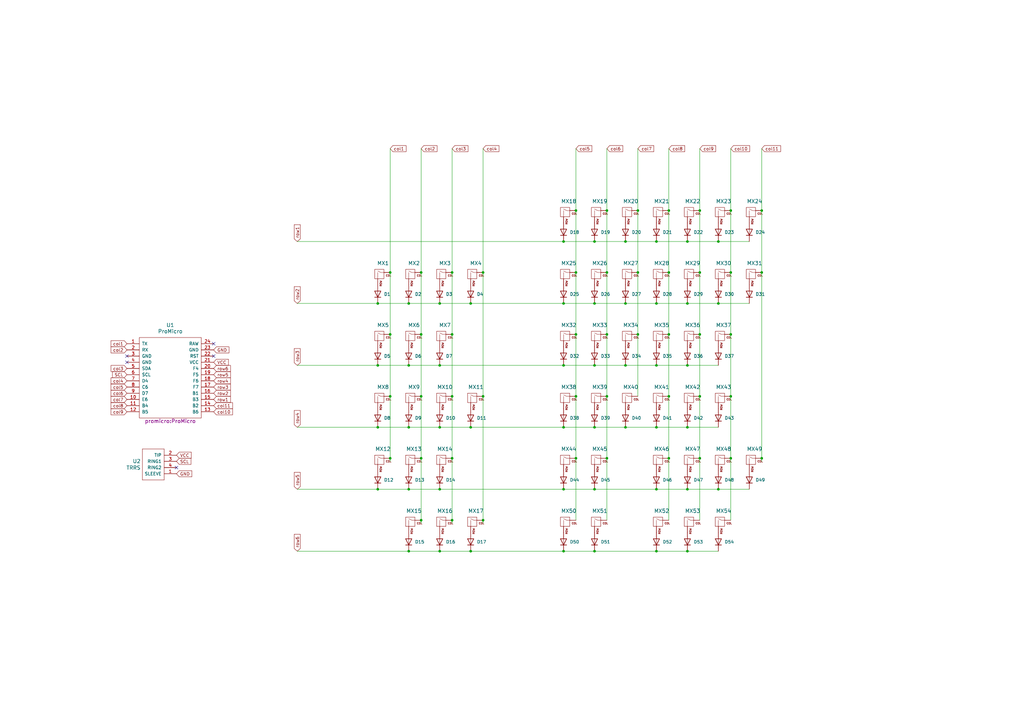
<source format=kicad_sch>
(kicad_sch (version 20230121) (generator eeschema)
  (paper "A3")
  (junction (at 154.94 175.26))
  (junction (at 236.22 86.36))
  (junction (at 287.02 86.36))
  (junction (at 294.64 124.46))
  (junction (at 269.24 226.06))
  (junction (at 243.84 200.66))
  (junction (at 287.02 162.56))
  (junction (at 274.32 111.76))
  (junction (at 287.02 111.76))
  (junction (at 312.42 86.36))
  (junction (at 281.94 175.26))
  (junction (at 312.42 111.76))
  (junction (at 231.14 226.06))
  (junction (at 274.32 86.36))
  (junction (at 193.04 226.06))
  (junction (at 269.24 149.86))
  (junction (at 281.94 200.66))
  (junction (at 261.62 86.36))
  (junction (at 243.84 99.06))
  (junction (at 281.94 149.86))
  (junction (at 172.72 137.16))
  (junction (at 231.14 149.86))
  (junction (at 274.32 187.96))
  (junction (at 160.02 111.76))
  (junction (at 248.92 187.96))
  (junction (at 198.12 162.56))
  (junction (at 185.42 213.36))
  (junction (at 185.42 111.76))
  (junction (at 160.02 187.96))
  (junction (at 248.92 111.76))
  (junction (at 248.92 137.16))
  (junction (at 167.64 226.06))
  (junction (at 172.72 213.36))
  (junction (at 269.24 175.26))
  (junction (at 243.84 226.06))
  (junction (at 299.72 137.16))
  (junction (at 243.84 124.46))
  (junction (at 160.02 162.56))
  (junction (at 180.34 149.86))
  (junction (at 299.72 86.36))
  (junction (at 185.42 137.16))
  (junction (at 172.72 111.76))
  (junction (at 299.72 162.56))
  (junction (at 185.42 162.56))
  (junction (at 236.22 137.16))
  (junction (at 231.14 200.66))
  (junction (at 236.22 111.76))
  (junction (at 312.42 187.96))
  (junction (at 154.94 149.86))
  (junction (at 231.14 99.06))
  (junction (at 269.24 200.66))
  (junction (at 299.72 187.96))
  (junction (at 167.64 149.86))
  (junction (at 172.72 162.56))
  (junction (at 287.02 187.96))
  (junction (at 198.12 213.36))
  (junction (at 256.54 99.06))
  (junction (at 180.34 175.26))
  (junction (at 167.64 200.66))
  (junction (at 256.54 124.46))
  (junction (at 248.92 162.56))
  (junction (at 243.84 149.86))
  (junction (at 180.34 124.46))
  (junction (at 193.04 124.46))
  (junction (at 281.94 124.46))
  (junction (at 154.94 124.46))
  (junction (at 294.64 99.06))
  (junction (at 294.64 200.66))
  (junction (at 180.34 226.06))
  (junction (at 256.54 149.86))
  (junction (at 231.14 175.26))
  (junction (at 198.12 111.76))
  (junction (at 154.94 200.66))
  (junction (at 180.34 200.66))
  (junction (at 281.94 99.06))
  (junction (at 256.54 175.26))
  (junction (at 248.92 86.36))
  (junction (at 167.64 175.26))
  (junction (at 269.24 99.06))
  (junction (at 287.02 137.16))
  (junction (at 274.32 162.56))
  (junction (at 261.62 111.76))
  (junction (at 231.14 124.46))
  (junction (at 236.22 162.56))
  (junction (at 269.24 124.46))
  (junction (at 299.72 111.76))
  (junction (at 274.32 137.16))
  (junction (at 167.64 124.46))
  (junction (at 236.22 187.96))
  (junction (at 243.84 175.26))
  (junction (at 261.62 137.16))
  (junction (at 193.04 175.26))
  (junction (at 160.02 137.16))
  (junction (at 281.94 226.06))
  (junction (at 172.72 187.96))
  (junction (at 185.42 187.96))
  (no_connect (at 87.63 146.05))
  (no_connect (at 52.07 148.59))
  (no_connect (at 72.39 191.77))
  (no_connect (at 87.63 140.97))
  (no_connect (at 52.07 146.05))
  (wire (pts (xy 256.54 175.26) (xy 269.24 175.26)))
  (wire (pts (xy 154.94 149.86) (xy 167.64 149.86)))
  (wire (pts (xy 160.02 111.76) (xy 160.02 137.16)))
  (wire (pts (xy 299.72 86.36) (xy 299.72 111.76)))
  (wire (pts (xy 312.42 187.96) (xy 312.42 189.23)))
  (wire (pts (xy 172.72 162.56) (xy 172.72 187.96)))
  (wire (pts (xy 231.14 175.26) (xy 243.84 175.26)))
  (wire (pts (xy 287.02 111.76) (xy 287.02 137.16)))
  (wire (pts (xy 243.84 124.46) (xy 256.54 124.46)))
  (wire (pts (xy 236.22 137.16) (xy 236.22 162.56)))
  (wire (pts (xy 287.02 137.16) (xy 287.02 162.56)))
  (wire (pts (xy 256.54 124.46) (xy 269.24 124.46)))
  (wire (pts (xy 198.12 162.56) (xy 198.12 213.36)))
  (wire (pts (xy 274.32 111.76) (xy 274.32 137.16)))
  (wire (pts (xy 231.14 149.86) (xy 243.84 149.86)))
  (wire (pts (xy 236.22 162.56) (xy 236.22 187.96)))
  (wire (pts (xy 281.94 175.26) (xy 294.64 175.26)))
  (wire (pts (xy 248.92 86.36) (xy 248.92 111.76)))
  (wire (pts (xy 160.02 189.23) (xy 160.02 187.96)))
  (wire (pts (xy 193.04 175.26) (xy 231.14 175.26)))
  (wire (pts (xy 160.02 162.56) (xy 160.02 187.96)))
  (wire (pts (xy 121.92 99.06) (xy 231.14 99.06)))
  (wire (pts (xy 172.72 60.96) (xy 172.72 111.76)))
  (wire (pts (xy 287.02 162.56) (xy 287.02 187.96)))
  (wire (pts (xy 167.64 124.46) (xy 180.34 124.46)))
  (wire (pts (xy 269.24 124.46) (xy 281.94 124.46)))
  (wire (pts (xy 172.72 111.76) (xy 172.72 137.16)))
  (wire (pts (xy 121.92 149.86) (xy 154.94 149.86)))
  (wire (pts (xy 299.72 162.56) (xy 299.72 187.96)))
  (wire (pts (xy 198.12 111.76) (xy 198.12 162.56)))
  (wire (pts (xy 180.34 124.46) (xy 193.04 124.46)))
  (wire (pts (xy 261.62 111.76) (xy 261.62 137.16)))
  (wire (pts (xy 154.94 200.66) (xy 167.64 200.66)))
  (wire (pts (xy 312.42 60.96) (xy 312.42 86.36)))
  (wire (pts (xy 185.42 162.56) (xy 185.42 187.96)))
  (wire (pts (xy 154.94 175.26) (xy 167.64 175.26)))
  (wire (pts (xy 198.12 214.63) (xy 198.12 213.36)))
  (wire (pts (xy 274.32 162.56) (xy 274.32 187.96)))
  (wire (pts (xy 231.14 99.06) (xy 243.84 99.06)))
  (wire (pts (xy 121.92 200.66) (xy 154.94 200.66)))
  (wire (pts (xy 167.64 226.06) (xy 180.34 226.06)))
  (wire (pts (xy 167.64 200.66) (xy 180.34 200.66)))
  (wire (pts (xy 243.84 226.06) (xy 269.24 226.06)))
  (wire (pts (xy 269.24 200.66) (xy 281.94 200.66)))
  (wire (pts (xy 281.94 99.06) (xy 294.64 99.06)))
  (wire (pts (xy 261.62 86.36) (xy 261.62 111.76)))
  (wire (pts (xy 274.32 60.96) (xy 274.32 86.36)))
  (wire (pts (xy 185.42 214.63) (xy 185.42 213.36)))
  (wire (pts (xy 299.72 60.96) (xy 299.72 86.36)))
  (wire (pts (xy 281.94 200.66) (xy 294.64 200.66)))
  (wire (pts (xy 269.24 175.26) (xy 281.94 175.26)))
  (wire (pts (xy 231.14 200.66) (xy 243.84 200.66)))
  (wire (pts (xy 299.72 187.96) (xy 299.72 213.36)))
  (wire (pts (xy 243.84 200.66) (xy 269.24 200.66)))
  (wire (pts (xy 193.04 226.06) (xy 231.14 226.06)))
  (wire (pts (xy 248.92 137.16) (xy 248.92 162.56)))
  (wire (pts (xy 274.32 187.96) (xy 274.32 213.36)))
  (wire (pts (xy 281.94 124.46) (xy 294.64 124.46)))
  (wire (pts (xy 180.34 226.06) (xy 193.04 226.06)))
  (wire (pts (xy 172.72 187.96) (xy 172.72 213.36)))
  (wire (pts (xy 154.94 124.46) (xy 167.64 124.46)))
  (wire (pts (xy 243.84 99.06) (xy 256.54 99.06)))
  (wire (pts (xy 167.64 175.26) (xy 180.34 175.26)))
  (wire (pts (xy 236.22 86.36) (xy 236.22 111.76)))
  (wire (pts (xy 193.04 124.46) (xy 231.14 124.46)))
  (wire (pts (xy 299.72 111.76) (xy 299.72 137.16)))
  (wire (pts (xy 180.34 149.86) (xy 231.14 149.86)))
  (wire (pts (xy 243.84 149.86) (xy 256.54 149.86)))
  (wire (pts (xy 281.94 149.86) (xy 294.64 149.86)))
  (wire (pts (xy 198.12 60.96) (xy 198.12 111.76)))
  (wire (pts (xy 269.24 99.06) (xy 281.94 99.06)))
  (wire (pts (xy 172.72 137.16) (xy 172.72 162.56)))
  (wire (pts (xy 185.42 111.76) (xy 185.42 137.16)))
  (wire (pts (xy 287.02 86.36) (xy 287.02 111.76)))
  (wire (pts (xy 294.64 200.66) (xy 307.34 200.66)))
  (wire (pts (xy 236.22 187.96) (xy 236.22 213.36)))
  (wire (pts (xy 294.64 99.06) (xy 307.34 99.06)))
  (wire (pts (xy 172.72 214.63) (xy 172.72 213.36)))
  (wire (pts (xy 294.64 124.46) (xy 307.34 124.46)))
  (wire (pts (xy 287.02 60.96) (xy 287.02 86.36)))
  (wire (pts (xy 281.94 226.06) (xy 294.64 226.06)))
  (wire (pts (xy 121.92 175.26) (xy 154.94 175.26)))
  (wire (pts (xy 243.84 175.26) (xy 256.54 175.26)))
  (wire (pts (xy 121.92 124.46) (xy 154.94 124.46)))
  (wire (pts (xy 274.32 86.36) (xy 274.32 111.76)))
  (wire (pts (xy 231.14 124.46) (xy 243.84 124.46)))
  (wire (pts (xy 269.24 149.86) (xy 281.94 149.86)))
  (wire (pts (xy 167.64 149.86) (xy 180.34 149.86)))
  (wire (pts (xy 231.14 226.06) (xy 243.84 226.06)))
  (wire (pts (xy 312.42 111.76) (xy 312.42 187.96)))
  (wire (pts (xy 236.22 60.96) (xy 236.22 86.36)))
  (wire (pts (xy 180.34 200.66) (xy 231.14 200.66)))
  (wire (pts (xy 121.92 226.06) (xy 167.64 226.06)))
  (wire (pts (xy 248.92 111.76) (xy 248.92 137.16)))
  (wire (pts (xy 287.02 187.96) (xy 287.02 213.36)))
  (wire (pts (xy 185.42 137.16) (xy 185.42 162.56)))
  (wire (pts (xy 248.92 162.56) (xy 248.92 187.96)))
  (wire (pts (xy 299.72 137.16) (xy 299.72 162.56)))
  (wire (pts (xy 261.62 137.16) (xy 261.62 162.56)))
  (wire (pts (xy 248.92 60.96) (xy 248.92 86.36)))
  (wire (pts (xy 248.92 187.96) (xy 248.92 213.36)))
  (wire (pts (xy 185.42 60.96) (xy 185.42 111.76)))
  (wire (pts (xy 312.42 86.36) (xy 312.42 111.76)))
  (wire (pts (xy 256.54 99.06) (xy 269.24 99.06)))
  (wire (pts (xy 256.54 149.86) (xy 269.24 149.86)))
  (wire (pts (xy 160.02 137.16) (xy 160.02 162.56)))
  (wire (pts (xy 185.42 187.96) (xy 185.42 213.36)))
  (wire (pts (xy 160.02 60.96) (xy 160.02 111.76)))
  (wire (pts (xy 261.62 60.96) (xy 261.62 86.36)))
  (wire (pts (xy 180.34 175.26) (xy 193.04 175.26)))
  (wire (pts (xy 236.22 111.76) (xy 236.22 137.16)))
  (wire (pts (xy 269.24 226.06) (xy 281.94 226.06)))
  (wire (pts (xy 274.32 137.16) (xy 274.32 162.56)))
  (global_label "row4" (shape input) (at 121.92 175.26 90) (property "Intersheetrefs" "${INTERSHEET_REFS}" (effects hide)))
  (global_label "col3" (shape input) (at 185.42 60.96 0) (property "Intersheetrefs" "${INTERSHEET_REFS}" (effects hide)))
  (global_label "col7" (shape input) (at 52.07 163.83 180) (property "Intersheetrefs" "${INTERSHEET_REFS}" (effects hide)))
  (global_label "GND" (shape input) (at 87.63 143.51 0) (property "Intersheetrefs" "${INTERSHEET_REFS}" (effects hide)))
  (global_label "VCC" (shape input) (at 72.39 186.69 0) (property "Intersheetrefs" "${INTERSHEET_REFS}" (effects hide)))
  (global_label "SCL" (shape input) (at 52.07 153.67 180) (property "Intersheetrefs" "${INTERSHEET_REFS}" (effects hide)))
  (global_label "row3" (shape input) (at 87.63 158.75 0) (property "Intersheetrefs" "${INTERSHEET_REFS}" (effects hide)))
  (global_label "col5" (shape input) (at 52.07 158.75 180) (property "Intersheetrefs" "${INTERSHEET_REFS}" (effects hide)))
  (global_label "col9" (shape input) (at 287.02 60.96 0) (property "Intersheetrefs" "${INTERSHEET_REFS}" (effects hide)))
  (global_label "row3" (shape input) (at 121.92 149.86 90) (property "Intersheetrefs" "${INTERSHEET_REFS}" (effects hide)))
  (global_label "row1" (shape input) (at 87.63 163.83 0) (property "Intersheetrefs" "${INTERSHEET_REFS}" (effects hide)))
  (global_label "col7" (shape input) (at 261.62 60.96 0) (property "Intersheetrefs" "${INTERSHEET_REFS}" (effects hide)))
  (global_label "col8" (shape input) (at 274.32 60.96 0) (property "Intersheetrefs" "${INTERSHEET_REFS}" (effects hide)))
  (global_label "col10" (shape input) (at 299.72 60.96 0) (property "Intersheetrefs" "${INTERSHEET_REFS}" (effects hide)))
  (global_label "col8" (shape input) (at 52.07 166.37 180) (property "Intersheetrefs" "${INTERSHEET_REFS}" (effects hide)))
  (global_label "row2" (shape input) (at 121.92 124.46 90) (property "Intersheetrefs" "${INTERSHEET_REFS}" (effects hide)))
  (global_label "row5" (shape input) (at 87.63 153.67 0) (property "Intersheetrefs" "${INTERSHEET_REFS}" (effects hide)))
  (global_label "row1" (shape input) (at 121.92 99.06 90) (property "Intersheetrefs" "${INTERSHEET_REFS}" (effects hide)))
  (global_label "col6" (shape input) (at 52.07 161.29 180) (property "Intersheetrefs" "${INTERSHEET_REFS}" (effects hide)))
  (global_label "col5" (shape input) (at 236.22 60.96 0) (property "Intersheetrefs" "${INTERSHEET_REFS}" (effects hide)))
  (global_label "col3" (shape input) (at 52.07 151.13 180) (property "Intersheetrefs" "${INTERSHEET_REFS}" (effects hide)))
  (global_label "col2" (shape input) (at 172.72 60.96 0) (property "Intersheetrefs" "${INTERSHEET_REFS}" (effects hide)))
  (global_label "SCL" (shape input) (at 72.39 189.23 0) (property "Intersheetrefs" "${INTERSHEET_REFS}" (effects hide)))
  (global_label "GND" (shape input) (at 72.39 194.31 0) (property "Intersheetrefs" "${INTERSHEET_REFS}" (effects hide)))
  (global_label "row2" (shape input) (at 87.63 161.29 0) (property "Intersheetrefs" "${INTERSHEET_REFS}" (effects hide)))
  (global_label "row6" (shape input) (at 87.63 151.13 0) (property "Intersheetrefs" "${INTERSHEET_REFS}" (effects hide)))
  (global_label "col6" (shape input) (at 248.92 60.96 0) (property "Intersheetrefs" "${INTERSHEET_REFS}" (effects hide)))
  (global_label "VCC" (shape input) (at 87.63 148.59 0) (property "Intersheetrefs" "${INTERSHEET_REFS}" (effects hide)))
  (global_label "col4" (shape input) (at 198.12 60.96 0) (property "Intersheetrefs" "${INTERSHEET_REFS}" (effects hide)))
  (global_label "col1" (shape input) (at 160.02 60.96 0) (property "Intersheetrefs" "${INTERSHEET_REFS}" (effects hide)))
  (global_label "col4" (shape input) (at 52.07 156.21 180) (property "Intersheetrefs" "${INTERSHEET_REFS}" (effects hide)))
  (global_label "row5" (shape input) (at 121.92 200.66 90) (property "Intersheetrefs" "${INTERSHEET_REFS}" (effects hide)))
  (global_label "row4" (shape input) (at 87.63 156.21 0) (property "Intersheetrefs" "${INTERSHEET_REFS}" (effects hide)))
  (global_label "col2" (shape input) (at 52.07 143.51 180) (property "Intersheetrefs" "${INTERSHEET_REFS}" (effects hide)))
  (global_label "col9" (shape input) (at 52.07 168.91 180) (property "Intersheetrefs" "${INTERSHEET_REFS}" (effects hide)))
  (global_label "row6" (shape input) (at 121.92 226.06 90) (property "Intersheetrefs" "${INTERSHEET_REFS}" (effects hide)))
  (global_label "col11" (shape input) (at 87.63 166.37 0) (property "Intersheetrefs" "${INTERSHEET_REFS}" (effects hide)))
  (global_label "col11" (shape input) (at 312.42 60.96 0) (property "Intersheetrefs" "${INTERSHEET_REFS}" (effects hide)))
  (global_label "col10" (shape input) (at 87.63 168.91 0) (property "Intersheetrefs" "${INTERSHEET_REFS}" (effects hide)))
  (global_label "col1" (shape input) (at 52.07 140.97 180) (property "Intersheetrefs" "${INTERSHEET_REFS}" (effects hide)))
  (symbol (lib_id "Diode:1N4148") (at 243.84 222.25 90) (unit 1)
    (property "Reference" "D51" (at 246.38 222.25 90) (effects (justify right)))
    (property "Value" "1N4148" (effects hide))
    (property "Footprint" "Diode_THT:D_DO-35_SOD27_P7.62mm_Horizontal" (effects hide))
    (property "Datasheet" "https://assets.nexperia.com/documents/data-sheet/1N4148_1N4448.pdf" (effects hide))
    (property "Sim.Device" "D" (effects hide))
    (property "Sim.Pins" "1=K 2=A" (effects hide))
  )
  (symbol (lib_id "MX_Alps_Hybrid:MX-NoLED") (at 154.94 142.24 0) (unit 1)
    (property "Reference" "MX5" (at 157.0932 133.35 0) (effects (font (size 1.524 1.524))))
    (property "Value" "MX-NoLED" (effects hide))
    (property "Footprint" "MX_Only:MXOnly-1U-Hotswap" (effects hide))
  )
  (symbol (lib_id "Diode:1N4148") (at 294.64 146.05 90) (unit 1)
    (property "Reference" "D37" (at 297.18 146.05 90) (effects (justify right)))
    (property "Value" "1N4148" (effects hide))
    (property "Footprint" "Diode_THT:D_DO-35_SOD27_P7.62mm_Horizontal" (effects hide))
    (property "Datasheet" "https://assets.nexperia.com/documents/data-sheet/1N4148_1N4448.pdf" (effects hide))
    (property "Sim.Device" "D" (effects hide))
    (property "Sim.Pins" "1=K 2=A" (effects hide))
  )
  (symbol (lib_id "MX_Alps_Hybrid:MX-NoLED") (at 180.34 116.84 0) (unit 1)
    (property "Reference" "MX3" (at 182.4932 107.95 0) (effects (font (size 1.524 1.524))))
    (property "Value" "MX-NoLED" (effects hide))
    (property "Footprint" "MX_Only:MXOnly-1U-Hotswap" (effects hide))
  )
  (symbol (lib_id "Diode:1N4148") (at 294.64 120.65 90) (unit 1)
    (property "Reference" "D30" (at 297.18 120.65 90) (effects (justify right)))
    (property "Value" "1N4148" (effects hide))
    (property "Footprint" "Diode_THT:D_DO-35_SOD27_P7.62mm_Horizontal" (effects hide))
    (property "Datasheet" "https://assets.nexperia.com/documents/data-sheet/1N4148_1N4448.pdf" (effects hide))
    (property "Sim.Device" "D" (effects hide))
    (property "Sim.Pins" "1=K 2=A" (effects hide))
  )
  (symbol (lib_id "Diode:1N4148") (at 180.34 171.45 90) (unit 1)
    (property "Reference" "D10" (at 182.88 171.45 90) (effects (justify right)))
    (property "Value" "1N4148" (effects hide))
    (property "Footprint" "Diode_THT:D_DO-35_SOD27_P7.62mm_Horizontal" (effects hide))
    (property "Datasheet" "https://assets.nexperia.com/documents/data-sheet/1N4148_1N4448.pdf" (effects hide))
    (property "Sim.Device" "D" (effects hide))
    (property "Sim.Pins" "1=K 2=A" (effects hide))
  )
  (symbol (lib_id "Diode:1N4148") (at 269.24 196.85 90) (unit 1)
    (property "Reference" "D46" (at 271.78 196.85 90) (effects (justify right)))
    (property "Value" "1N4148" (effects hide))
    (property "Footprint" "Diode_THT:D_DO-35_SOD27_P7.62mm_Horizontal" (effects hide))
    (property "Datasheet" "https://assets.nexperia.com/documents/data-sheet/1N4148_1N4448.pdf" (effects hide))
    (property "Sim.Device" "D" (effects hide))
    (property "Sim.Pins" "1=K 2=A" (effects hide))
  )
  (symbol (lib_id "MX_Alps_Hybrid:MX-NoLED") (at 294.64 218.44 0) (unit 1)
    (property "Reference" "MX54" (at 296.7932 209.55 0) (effects (font (size 1.524 1.524))))
    (property "Value" "MX-NoLED" (effects hide))
    (property "Footprint" "MX_Only:MXOnly-2.25U-Hotswap" (effects hide))
  )
  (symbol (lib_id "MX_Alps_Hybrid:MX-NoLED") (at 269.24 142.24 0) (unit 1)
    (property "Reference" "MX35" (at 271.3932 133.35 0) (effects (font (size 1.524 1.524))))
    (property "Value" "MX-NoLED" (effects hide))
    (property "Footprint" "MX_Only:MXOnly-1U-Hotswap" (effects hide))
  )
  (symbol (lib_id "MX_Alps_Hybrid:MX-NoLED") (at 231.14 116.84 0) (unit 1)
    (property "Reference" "MX25" (at 233.2932 107.95 0) (effects (font (size 1.524 1.524))))
    (property "Value" "MX-NoLED" (effects hide))
    (property "Footprint" "MX_Only:MXOnly-1U-Hotswap" (effects hide))
  )
  (symbol (lib_id "Diode:1N4148") (at 180.34 196.85 90) (unit 1)
    (property "Reference" "D14" (at 182.88 196.85 90) (effects (justify right)))
    (property "Value" "1N4148" (effects hide))
    (property "Footprint" "Diode_THT:D_DO-35_SOD27_P7.62mm_Horizontal" (effects hide))
    (property "Datasheet" "https://assets.nexperia.com/documents/data-sheet/1N4148_1N4448.pdf" (effects hide))
    (property "Sim.Device" "D" (effects hide))
    (property "Sim.Pins" "1=K 2=A" (effects hide))
  )
  (symbol (lib_id "MX_Alps_Hybrid:MX-NoLED") (at 180.34 193.04 0) (unit 1)
    (property "Reference" "MX14" (at 182.4932 184.15 0) (effects (font (size 1.524 1.524))))
    (property "Value" "MX-NoLED" (effects hide))
    (property "Footprint" "MX_Only:MXOnly-1U-Hotswap" (effects hide))
  )
  (symbol (lib_id "MX_Alps_Hybrid:MX-NoLED") (at 281.94 142.24 0) (unit 1)
    (property "Reference" "MX36" (at 284.0932 133.35 0) (effects (font (size 1.524 1.524))))
    (property "Value" "MX-NoLED" (effects hide))
    (property "Footprint" "MX_Only:MXOnly-1U-Hotswap" (effects hide))
  )
  (symbol (lib_id "MX_Alps_Hybrid:MX-NoLED") (at 256.54 167.64 0) (unit 1)
    (property "Reference" "MX40" (at 258.6932 158.75 0) (effects (font (size 1.524 1.524))))
    (property "Value" "MX-NoLED" (effects hide))
    (property "Footprint" "MX_Only:MXOnly-1U-Hotswap" (effects hide))
  )
  (symbol (lib_id "Diode:1N4148") (at 294.64 95.25 90) (unit 1)
    (property "Reference" "D23" (at 297.18 95.25 90) (effects (justify right)))
    (property "Value" "1N4148" (effects hide))
    (property "Footprint" "Diode_THT:D_DO-35_SOD27_P7.62mm_Horizontal" (effects hide))
    (property "Datasheet" "https://assets.nexperia.com/documents/data-sheet/1N4148_1N4448.pdf" (effects hide))
    (property "Sim.Device" "D" (effects hide))
    (property "Sim.Pins" "1=K 2=A" (effects hide))
  )
  (symbol (lib_id "MX_Alps_Hybrid:MX-NoLED") (at 154.94 193.04 0) (unit 1)
    (property "Reference" "MX12" (at 157.0932 184.15 0) (effects (font (size 1.524 1.524))))
    (property "Value" "MX-NoLED" (effects hide))
    (property "Footprint" "MX_Only:MXOnly-1U-Hotswap" (effects hide))
  )
  (symbol (lib_id "MX_Alps_Hybrid:MX-NoLED") (at 269.24 193.04 0) (unit 1)
    (property "Reference" "MX46" (at 271.3932 184.15 0) (effects (font (size 1.524 1.524))))
    (property "Value" "MX-NoLED" (effects hide))
    (property "Footprint" "MX_Only:MXOnly-1U-Hotswap" (effects hide))
  )
  (symbol (lib_id "fourier-left-rescue:TRRS-keebio") (at 63.5 196.85 0) (mirror y) (unit 1)
    (property "Reference" "U2" (at 57.7088 189.1538 0) (effects (font (size 1.524 1.524)) (justify left)))
    (property "Value" "TRRS" (at 57.7088 191.8462 0) (effects (font (size 1.524 1.524)) (justify left)))
    (property "Footprint" "pj320:TRRS-PJ-320A" (effects hide))
  )
  (symbol (lib_id "MX_Alps_Hybrid:MX-NoLED") (at 167.64 142.24 0) (unit 1)
    (property "Reference" "MX6" (at 169.7932 133.35 0) (effects (font (size 1.524 1.524))))
    (property "Value" "MX-NoLED" (effects hide))
    (property "Footprint" "MX_Only:MXOnly-1U-Hotswap" (effects hide))
  )
  (symbol (lib_id "Diode:1N4148") (at 281.94 95.25 90) (unit 1)
    (property "Reference" "D22" (at 284.48 95.25 90) (effects (justify right)))
    (property "Value" "1N4148" (effects hide))
    (property "Footprint" "Diode_THT:D_DO-35_SOD27_P7.62mm_Horizontal" (effects hide))
    (property "Datasheet" "https://assets.nexperia.com/documents/data-sheet/1N4148_1N4448.pdf" (effects hide))
    (property "Sim.Device" "D" (effects hide))
    (property "Sim.Pins" "1=K 2=A" (effects hide))
  )
  (symbol (lib_id "Diode:1N4148") (at 243.84 146.05 90) (unit 1)
    (property "Reference" "D33" (at 246.38 146.05 90) (effects (justify right)))
    (property "Value" "1N4148" (effects hide))
    (property "Footprint" "Diode_THT:D_DO-35_SOD27_P7.62mm_Horizontal" (effects hide))
    (property "Datasheet" "https://assets.nexperia.com/documents/data-sheet/1N4148_1N4448.pdf" (effects hide))
    (property "Sim.Device" "D" (effects hide))
    (property "Sim.Pins" "1=K 2=A" (effects hide))
  )
  (symbol (lib_id "Diode:1N4148") (at 167.64 196.85 90) (unit 1)
    (property "Reference" "D13" (at 170.18 196.85 90) (effects (justify right)))
    (property "Value" "1N4148" (effects hide))
    (property "Footprint" "Diode_THT:D_DO-35_SOD27_P7.62mm_Horizontal" (effects hide))
    (property "Datasheet" "https://assets.nexperia.com/documents/data-sheet/1N4148_1N4448.pdf" (effects hide))
    (property "Sim.Device" "D" (effects hide))
    (property "Sim.Pins" "1=K 2=A" (effects hide))
  )
  (symbol (lib_id "MX_Alps_Hybrid:MX-NoLED") (at 167.64 218.44 0) (unit 1)
    (property "Reference" "MX15" (at 169.7932 209.55 0) (effects (font (size 1.524 1.524))))
    (property "Value" "MX-NoLED" (effects hide))
    (property "Footprint" "MX_Only:MXOnly-2U-Hotswap" (effects hide))
  )
  (symbol (lib_id "MX_Alps_Hybrid:MX-NoLED") (at 231.14 193.04 0) (unit 1)
    (property "Reference" "MX44" (at 233.2932 184.15 0) (effects (font (size 1.524 1.524))))
    (property "Value" "MX-NoLED" (effects hide))
    (property "Footprint" "MX_Only:MXOnly-2.25U-Hotswap" (effects hide))
  )
  (symbol (lib_id "Diode:1N4148") (at 294.64 196.85 90) (unit 1)
    (property "Reference" "D48" (at 297.18 196.85 90) (effects (justify right)))
    (property "Value" "1N4148" (effects hide))
    (property "Footprint" "Diode_THT:D_DO-35_SOD27_P7.62mm_Horizontal" (effects hide))
    (property "Datasheet" "https://assets.nexperia.com/documents/data-sheet/1N4148_1N4448.pdf" (effects hide))
    (property "Sim.Device" "D" (effects hide))
    (property "Sim.Pins" "1=K 2=A" (effects hide))
  )
  (symbol (lib_id "MX_Alps_Hybrid:MX-NoLED") (at 256.54 116.84 0) (unit 1)
    (property "Reference" "MX27" (at 258.6932 107.95 0) (effects (font (size 1.524 1.524))))
    (property "Value" "MX-NoLED" (effects hide))
    (property "Footprint" "MX_Only:MXOnly-1U-Hotswap" (effects hide))
  )
  (symbol (lib_id "Diode:1N4148") (at 307.34 95.25 90) (unit 1)
    (property "Reference" "D24" (at 309.88 95.25 90) (effects (justify right)))
    (property "Value" "1N4148" (effects hide))
    (property "Footprint" "Diode_THT:D_DO-35_SOD27_P7.62mm_Horizontal" (effects hide))
    (property "Datasheet" "https://assets.nexperia.com/documents/data-sheet/1N4148_1N4448.pdf" (effects hide))
    (property "Sim.Device" "D" (effects hide))
    (property "Sim.Pins" "1=K 2=A" (effects hide))
  )
  (symbol (lib_id "promicro:ProMicro") (at 69.85 160.02 0) (unit 1)
    (property "Reference" "U1" (at 69.85 133.35 0) (effects (font (size 1.524 1.524))))
    (property "Value" "ProMicro" (at 69.85 135.89 0) (effects (font (size 1.524 1.524))))
    (property "Footprint" "promicro:ProMicro" (at 69.85 172.72 0) (effects (font (size 1.524 1.524))))
  )
  (symbol (lib_id "Diode:1N4148") (at 167.64 222.25 90) (unit 1)
    (property "Reference" "D15" (at 170.18 222.25 90) (effects (justify right)))
    (property "Value" "1N4148" (effects hide))
    (property "Footprint" "Diode_THT:D_DO-35_SOD27_P7.62mm_Horizontal" (effects hide))
    (property "Datasheet" "https://assets.nexperia.com/documents/data-sheet/1N4148_1N4448.pdf" (effects hide))
    (property "Sim.Device" "D" (effects hide))
    (property "Sim.Pins" "1=K 2=A" (effects hide))
  )
  (symbol (lib_id "MX_Alps_Hybrid:MX-NoLED") (at 243.84 91.44 0) (unit 1)
    (property "Reference" "MX19" (at 245.9932 82.55 0) (effects (font (size 1.524 1.524))))
    (property "Value" "MX-NoLED" (effects hide))
    (property "Footprint" "MX_Only:MXOnly-1U-Hotswap" (effects hide))
  )
  (symbol (lib_id "MX_Alps_Hybrid:MX-NoLED") (at 256.54 91.44 0) (unit 1)
    (property "Reference" "MX20" (at 258.6932 82.55 0) (effects (font (size 1.524 1.524))))
    (property "Value" "MX-NoLED" (effects hide))
    (property "Footprint" "MX_Only:MXOnly-1U-Hotswap" (effects hide))
  )
  (symbol (lib_id "MX_Alps_Hybrid:MX-NoLED") (at 269.24 116.84 0) (unit 1)
    (property "Reference" "MX28" (at 271.3932 107.95 0) (effects (font (size 1.524 1.524))))
    (property "Value" "MX-NoLED" (effects hide))
    (property "Footprint" "MX_Only:MXOnly-1U-Hotswap" (effects hide))
  )
  (symbol (lib_id "Diode:1N4148") (at 243.84 171.45 90) (unit 1)
    (property "Reference" "D39" (at 246.38 171.45 90) (effects (justify right)))
    (property "Value" "1N4148" (effects hide))
    (property "Footprint" "Diode_THT:D_DO-35_SOD27_P7.62mm_Horizontal" (effects hide))
    (property "Datasheet" "https://assets.nexperia.com/documents/data-sheet/1N4148_1N4448.pdf" (effects hide))
    (property "Sim.Device" "D" (effects hide))
    (property "Sim.Pins" "1=K 2=A" (effects hide))
  )
  (symbol (lib_id "Diode:1N4148") (at 167.64 120.65 90) (unit 1)
    (property "Reference" "D2" (at 170.18 120.65 90) (effects (justify right)))
    (property "Value" "1N4148" (effects hide))
    (property "Footprint" "Diode_THT:D_DO-35_SOD27_P7.62mm_Horizontal" (effects hide))
    (property "Datasheet" "https://assets.nexperia.com/documents/data-sheet/1N4148_1N4448.pdf" (effects hide))
    (property "Sim.Device" "D" (effects hide))
    (property "Sim.Pins" "1=K 2=A" (effects hide))
  )
  (symbol (lib_id "MX_Alps_Hybrid:MX-NoLED") (at 180.34 167.64 0) (unit 1)
    (property "Reference" "MX10" (at 182.4932 158.75 0) (effects (font (size 1.524 1.524))))
    (property "Value" "MX-NoLED" (effects hide))
    (property "Footprint" "MX_Only:MXOnly-1U-Hotswap" (effects hide))
  )
  (symbol (lib_id "Diode:1N4148") (at 294.64 171.45 90) (unit 1)
    (property "Reference" "D43" (at 297.18 171.45 90) (effects (justify right)))
    (property "Value" "1N4148" (effects hide))
    (property "Footprint" "Diode_THT:D_DO-35_SOD27_P7.62mm_Horizontal" (effects hide))
    (property "Datasheet" "https://assets.nexperia.com/documents/data-sheet/1N4148_1N4448.pdf" (effects hide))
    (property "Sim.Device" "D" (effects hide))
    (property "Sim.Pins" "1=K 2=A" (effects hide))
  )
  (symbol (lib_id "Diode:1N4148") (at 180.34 146.05 90) (unit 1)
    (property "Reference" "D7" (at 182.88 146.05 90) (effects (justify right)))
    (property "Value" "1N4148" (effects hide))
    (property "Footprint" "Diode_THT:D_DO-35_SOD27_P7.62mm_Horizontal" (effects hide))
    (property "Datasheet" "https://assets.nexperia.com/documents/data-sheet/1N4148_1N4448.pdf" (effects hide))
    (property "Sim.Device" "D" (effects hide))
    (property "Sim.Pins" "1=K 2=A" (effects hide))
  )
  (symbol (lib_id "Diode:1N4148") (at 193.04 120.65 90) (unit 1)
    (property "Reference" "D4" (at 195.58 120.65 90) (effects (justify right)))
    (property "Value" "1N4148" (effects hide))
    (property "Footprint" "Diode_THT:D_DO-35_SOD27_P7.62mm_Horizontal" (effects hide))
    (property "Datasheet" "https://assets.nexperia.com/documents/data-sheet/1N4148_1N4448.pdf" (effects hide))
    (property "Sim.Device" "D" (effects hide))
    (property "Sim.Pins" "1=K 2=A" (effects hide))
  )
  (symbol (lib_id "MX_Alps_Hybrid:MX-NoLED") (at 193.04 167.64 0) (unit 1)
    (property "Reference" "MX11" (at 195.1932 158.75 0) (effects (font (size 1.524 1.524))))
    (property "Value" "MX-NoLED" (effects hide))
    (property "Footprint" "MX_Only:MXOnly-2U-Hotswap-VerticalStabilizers" (effects hide))
  )
  (symbol (lib_id "Diode:1N4148") (at 154.94 171.45 90) (unit 1)
    (property "Reference" "D8" (at 157.48 171.45 90) (effects (justify right)))
    (property "Value" "1N4148" (effects hide))
    (property "Footprint" "Diode_THT:D_DO-35_SOD27_P7.62mm_Horizontal" (effects hide))
    (property "Datasheet" "https://assets.nexperia.com/documents/data-sheet/1N4148_1N4448.pdf" (effects hide))
    (property "Sim.Device" "D" (effects hide))
    (property "Sim.Pins" "1=K 2=A" (effects hide))
  )
  (symbol (lib_id "MX_Alps_Hybrid:MX-NoLED") (at 294.64 142.24 0) (unit 1)
    (property "Reference" "MX37" (at 296.7932 133.35 0) (effects (font (size 1.524 1.524))))
    (property "Value" "MX-NoLED" (effects hide))
    (property "Footprint" "MX_Only:MXOnly-1U-Hotswap" (effects hide))
  )
  (symbol (lib_id "Diode:1N4148") (at 243.84 95.25 90) (unit 1)
    (property "Reference" "D19" (at 246.38 95.25 90) (effects (justify right)))
    (property "Value" "1N4148" (effects hide))
    (property "Footprint" "Diode_THT:D_DO-35_SOD27_P7.62mm_Horizontal" (effects hide))
    (property "Datasheet" "https://assets.nexperia.com/documents/data-sheet/1N4148_1N4448.pdf" (effects hide))
    (property "Sim.Device" "D" (effects hide))
    (property "Sim.Pins" "1=K 2=A" (effects hide))
  )
  (symbol (lib_id "MX_Alps_Hybrid:MX-NoLED") (at 167.64 167.64 0) (unit 1)
    (property "Reference" "MX9" (at 169.7932 158.75 0) (effects (font (size 1.524 1.524))))
    (property "Value" "MX-NoLED" (effects hide))
    (property "Footprint" "MX_Only:MXOnly-1U-Hotswap" (effects hide))
  )
  (symbol (lib_id "Diode:1N4148") (at 231.14 196.85 90) (unit 1)
    (property "Reference" "D44" (at 233.68 196.85 90) (effects (justify right)))
    (property "Value" "1N4148" (effects hide))
    (property "Footprint" "Diode_THT:D_DO-35_SOD27_P7.62mm_Horizontal" (effects hide))
    (property "Datasheet" "https://assets.nexperia.com/documents/data-sheet/1N4148_1N4448.pdf" (effects hide))
    (property "Sim.Device" "D" (effects hide))
    (property "Sim.Pins" "1=K 2=A" (effects hide))
  )
  (symbol (lib_id "MX_Alps_Hybrid:MX-NoLED") (at 193.04 116.84 0) (unit 1)
    (property "Reference" "MX4" (at 195.1932 107.95 0) (effects (font (size 1.524 1.524))))
    (property "Value" "MX-NoLED" (effects hide))
    (property "Footprint" "MX_Only:MXOnly-1U-Hotswap" (effects hide))
  )
  (symbol (lib_id "Diode:1N4148") (at 167.64 146.05 90) (unit 1)
    (property "Reference" "D6" (at 170.18 146.05 90) (effects (justify right)))
    (property "Value" "1N4148" (effects hide))
    (property "Footprint" "Diode_THT:D_DO-35_SOD27_P7.62mm_Horizontal" (effects hide))
    (property "Datasheet" "https://assets.nexperia.com/documents/data-sheet/1N4148_1N4448.pdf" (effects hide))
    (property "Sim.Device" "D" (effects hide))
    (property "Sim.Pins" "1=K 2=A" (effects hide))
  )
  (symbol (lib_id "Diode:1N4148") (at 269.24 222.25 90) (unit 1)
    (property "Reference" "D52" (at 271.78 222.25 90) (effects (justify right)))
    (property "Value" "1N4148" (effects hide))
    (property "Footprint" "Diode_THT:D_DO-35_SOD27_P7.62mm_Horizontal" (effects hide))
    (property "Datasheet" "https://assets.nexperia.com/documents/data-sheet/1N4148_1N4448.pdf" (effects hide))
    (property "Sim.Device" "D" (effects hide))
    (property "Sim.Pins" "1=K 2=A" (effects hide))
  )
  (symbol (lib_id "Diode:1N4148") (at 281.94 196.85 90) (unit 1)
    (property "Reference" "D47" (at 284.48 196.85 90) (effects (justify right)))
    (property "Value" "1N4148" (effects hide))
    (property "Footprint" "Diode_THT:D_DO-35_SOD27_P7.62mm_Horizontal" (effects hide))
    (property "Datasheet" "https://assets.nexperia.com/documents/data-sheet/1N4148_1N4448.pdf" (effects hide))
    (property "Sim.Device" "D" (effects hide))
    (property "Sim.Pins" "1=K 2=A" (effects hide))
  )
  (symbol (lib_id "Diode:1N4148") (at 154.94 120.65 90) (unit 1)
    (property "Reference" "D1" (at 157.48 120.65 90) (effects (justify right)))
    (property "Value" "1N4148" (effects hide))
    (property "Footprint" "Diode_THT:D_DO-35_SOD27_P7.62mm_Horizontal" (effects hide))
    (property "Datasheet" "https://assets.nexperia.com/documents/data-sheet/1N4148_1N4448.pdf" (effects hide))
    (property "Sim.Device" "D" (effects hide))
    (property "Sim.Pins" "1=K 2=A" (effects hide))
  )
  (symbol (lib_id "MX_Alps_Hybrid:MX-NoLED") (at 243.84 142.24 0) (unit 1)
    (property "Reference" "MX33" (at 245.9932 133.35 0) (effects (font (size 1.524 1.524))))
    (property "Value" "MX-NoLED" (effects hide))
    (property "Footprint" "MX_Only:MXOnly-1U-Hotswap" (effects hide))
  )
  (symbol (lib_id "Diode:1N4148") (at 154.94 196.85 90) (unit 1)
    (property "Reference" "D12" (at 157.48 196.85 90) (effects (justify right)))
    (property "Value" "1N4148" (effects hide))
    (property "Footprint" "Diode_THT:D_DO-35_SOD27_P7.62mm_Horizontal" (effects hide))
    (property "Datasheet" "https://assets.nexperia.com/documents/data-sheet/1N4148_1N4448.pdf" (effects hide))
    (property "Sim.Device" "D" (effects hide))
    (property "Sim.Pins" "1=K 2=A" (effects hide))
  )
  (symbol (lib_id "MX_Alps_Hybrid:MX-NoLED") (at 231.14 218.44 0) (unit 1)
    (property "Reference" "MX50" (at 233.2932 209.55 0) (effects (font (size 1.524 1.524))))
    (property "Value" "MX-NoLED" (effects hide))
    (property "Footprint" "MX_Only:MXOnly-1.25U-Hotswap" (effects hide))
  )
  (symbol (lib_id "Diode:1N4148") (at 281.94 146.05 90) (unit 1)
    (property "Reference" "D36" (at 284.48 146.05 90) (effects (justify right)))
    (property "Value" "1N4148" (effects hide))
    (property "Footprint" "Diode_THT:D_DO-35_SOD27_P7.62mm_Horizontal" (effects hide))
    (property "Datasheet" "https://assets.nexperia.com/documents/data-sheet/1N4148_1N4448.pdf" (effects hide))
    (property "Sim.Device" "D" (effects hide))
    (property "Sim.Pins" "1=K 2=A" (effects hide))
  )
  (symbol (lib_id "MX_Alps_Hybrid:MX-NoLED") (at 281.94 91.44 0) (unit 1)
    (property "Reference" "MX22" (at 284.0932 82.55 0) (effects (font (size 1.524 1.524))))
    (property "Value" "MX-NoLED" (effects hide))
    (property "Footprint" "MX_Only:MXOnly-1U-Hotswap" (effects hide))
  )
  (symbol (lib_id "MX_Alps_Hybrid:MX-NoLED") (at 307.34 193.04 0) (unit 1)
    (property "Reference" "MX49" (at 309.4932 184.15 0) (effects (font (size 1.524 1.524))))
    (property "Value" "MX-NoLED" (effects hide))
    (property "Footprint" "MX_Only:MXOnly-1U-Hotswap" (effects hide))
  )
  (symbol (lib_id "Diode:1N4148") (at 281.94 222.25 90) (unit 1)
    (property "Reference" "D53" (at 284.48 222.25 90) (effects (justify right)))
    (property "Value" "1N4148" (effects hide))
    (property "Footprint" "Diode_THT:D_DO-35_SOD27_P7.62mm_Horizontal" (effects hide))
    (property "Datasheet" "https://assets.nexperia.com/documents/data-sheet/1N4148_1N4448.pdf" (effects hide))
    (property "Sim.Device" "D" (effects hide))
    (property "Sim.Pins" "1=K 2=A" (effects hide))
  )
  (symbol (lib_id "MX_Alps_Hybrid:MX-NoLED") (at 294.64 167.64 0) (unit 1)
    (property "Reference" "MX43" (at 296.7932 158.75 0) (effects (font (size 1.524 1.524))))
    (property "Value" "MX-NoLED" (effects hide))
    (property "Footprint" "MX_Only:MXOnly-1U-Hotswap" (effects hide))
  )
  (symbol (lib_id "Diode:1N4148") (at 269.24 146.05 90) (unit 1)
    (property "Reference" "D35" (at 271.78 146.05 90) (effects (justify right)))
    (property "Value" "1N4148" (effects hide))
    (property "Footprint" "Diode_THT:D_DO-35_SOD27_P7.62mm_Horizontal" (effects hide))
    (property "Datasheet" "https://assets.nexperia.com/documents/data-sheet/1N4148_1N4448.pdf" (effects hide))
    (property "Sim.Device" "D" (effects hide))
    (property "Sim.Pins" "1=K 2=A" (effects hide))
  )
  (symbol (lib_id "Diode:1N4148") (at 307.34 120.65 90) (unit 1)
    (property "Reference" "D31" (at 309.88 120.65 90) (effects (justify right)))
    (property "Value" "1N4148" (effects hide))
    (property "Footprint" "Diode_THT:D_DO-35_SOD27_P7.62mm_Horizontal" (effects hide))
    (property "Datasheet" "https://assets.nexperia.com/documents/data-sheet/1N4148_1N4448.pdf" (effects hide))
    (property "Sim.Device" "D" (effects hide))
    (property "Sim.Pins" "1=K 2=A" (effects hide))
  )
  (symbol (lib_id "Diode:1N4148") (at 269.24 95.25 90) (unit 1)
    (property "Reference" "D21" (at 271.78 95.25 90) (effects (justify right)))
    (property "Value" "1N4148" (effects hide))
    (property "Footprint" "Diode_THT:D_DO-35_SOD27_P7.62mm_Horizontal" (effects hide))
    (property "Datasheet" "https://assets.nexperia.com/documents/data-sheet/1N4148_1N4448.pdf" (effects hide))
    (property "Sim.Device" "D" (effects hide))
    (property "Sim.Pins" "1=K 2=A" (effects hide))
  )
  (symbol (lib_id "MX_Alps_Hybrid:MX-NoLED") (at 167.64 116.84 0) (unit 1)
    (property "Reference" "MX2" (at 169.7932 107.95 0) (effects (font (size 1.524 1.524))))
    (property "Value" "MX-NoLED" (effects hide))
    (property "Footprint" "MX_Only:MXOnly-1U-Hotswap" (effects hide))
  )
  (symbol (lib_id "Diode:1N4148") (at 154.94 146.05 90) (unit 1)
    (property "Reference" "D5" (at 157.48 146.05 90) (effects (justify right)))
    (property "Value" "1N4148" (effects hide))
    (property "Footprint" "Diode_THT:D_DO-35_SOD27_P7.62mm_Horizontal" (effects hide))
    (property "Datasheet" "https://assets.nexperia.com/documents/data-sheet/1N4148_1N4448.pdf" (effects hide))
    (property "Sim.Device" "D" (effects hide))
    (property "Sim.Pins" "1=K 2=A" (effects hide))
  )
  (symbol (lib_id "MX_Alps_Hybrid:MX-NoLED") (at 294.64 91.44 0) (unit 1)
    (property "Reference" "MX23" (at 296.7932 82.55 0) (effects (font (size 1.524 1.524))))
    (property "Value" "MX-NoLED" (effects hide))
    (property "Footprint" "MX_Only:MXOnly-1U-Hotswap" (effects hide))
  )
  (symbol (lib_id "MX_Alps_Hybrid:MX-NoLED") (at 281.94 167.64 0) (unit 1)
    (property "Reference" "MX42" (at 284.0932 158.75 0) (effects (font (size 1.524 1.524))))
    (property "Value" "MX-NoLED" (effects hide))
    (property "Footprint" "MX_Only:MXOnly-1U-Hotswap" (effects hide))
  )
  (symbol (lib_id "Diode:1N4148") (at 231.14 171.45 90) (unit 1)
    (property "Reference" "D38" (at 233.68 171.45 90) (effects (justify right)))
    (property "Value" "1N4148" (effects hide))
    (property "Footprint" "Diode_THT:D_DO-35_SOD27_P7.62mm_Horizontal" (effects hide))
    (property "Datasheet" "https://assets.nexperia.com/documents/data-sheet/1N4148_1N4448.pdf" (effects hide))
    (property "Sim.Device" "D" (effects hide))
    (property "Sim.Pins" "1=K 2=A" (effects hide))
  )
  (symbol (lib_id "MX_Alps_Hybrid:MX-NoLED") (at 281.94 218.44 0) (unit 1)
    (property "Reference" "MX53" (at 284.0932 209.55 0) (effects (font (size 1.524 1.524))))
    (property "Value" "MX-NoLED" (effects hide))
    (property "Footprint" "MX_Only:MXOnly-1.25U-Hotswap" (effects hide))
  )
  (symbol (lib_id "MX_Alps_Hybrid:MX-NoLED") (at 307.34 116.84 0) (unit 1)
    (property "Reference" "MX31" (at 309.4932 107.95 0) (effects (font (size 1.524 1.524))))
    (property "Value" "MX-NoLED" (effects hide))
    (property "Footprint" "MX_Only:MXOnly-1U-Hotswap" (effects hide))
  )
  (symbol (lib_id "MX_Alps_Hybrid:MX-NoLED") (at 269.24 218.44 0) (unit 1)
    (property "Reference" "MX52" (at 271.3932 209.55 0) (effects (font (size 1.524 1.524))))
    (property "Value" "MX-NoLED" (effects hide))
    (property "Footprint" "MX_Only:MXOnly-1.25U-Hotswap" (effects hide))
  )
  (symbol (lib_id "MX_Alps_Hybrid:MX-NoLED") (at 294.64 193.04 0) (unit 1)
    (property "Reference" "MX48" (at 296.7932 184.15 0) (effects (font (size 1.524 1.524))))
    (property "Value" "MX-NoLED" (effects hide))
    (property "Footprint" "MX_Only:MXOnly-1U-Hotswap" (effects hide))
  )
  (symbol (lib_id "Diode:1N4148") (at 180.34 120.65 90) (unit 1)
    (property "Reference" "D3" (at 182.88 120.65 90) (effects (justify right)))
    (property "Value" "1N4148" (effects hide))
    (property "Footprint" "Diode_THT:D_DO-35_SOD27_P7.62mm_Horizontal" (effects hide))
    (property "Datasheet" "https://assets.nexperia.com/documents/data-sheet/1N4148_1N4448.pdf" (effects hide))
    (property "Sim.Device" "D" (effects hide))
    (property "Sim.Pins" "1=K 2=A" (effects hide))
  )
  (symbol (lib_id "MX_Alps_Hybrid:MX-NoLED") (at 256.54 142.24 0) (unit 1)
    (property "Reference" "MX34" (at 258.6932 133.35 0) (effects (font (size 1.524 1.524))))
    (property "Value" "MX-NoLED" (effects hide))
    (property "Footprint" "MX_Only:MXOnly-1U-Hotswap" (effects hide))
  )
  (symbol (lib_id "Diode:1N4148") (at 307.34 196.85 90) (unit 1)
    (property "Reference" "D49" (at 309.88 196.85 90) (effects (justify right)))
    (property "Value" "1N4148" (effects hide))
    (property "Footprint" "Diode_THT:D_DO-35_SOD27_P7.62mm_Horizontal" (effects hide))
    (property "Datasheet" "https://assets.nexperia.com/documents/data-sheet/1N4148_1N4448.pdf" (effects hide))
    (property "Sim.Device" "D" (effects hide))
    (property "Sim.Pins" "1=K 2=A" (effects hide))
  )
  (symbol (lib_id "Diode:1N4148") (at 281.94 171.45 90) (unit 1)
    (property "Reference" "D42" (at 284.48 171.45 90) (effects (justify right)))
    (property "Value" "1N4148" (effects hide))
    (property "Footprint" "Diode_THT:D_DO-35_SOD27_P7.62mm_Horizontal" (effects hide))
    (property "Datasheet" "https://assets.nexperia.com/documents/data-sheet/1N4148_1N4448.pdf" (effects hide))
    (property "Sim.Device" "D" (effects hide))
    (property "Sim.Pins" "1=K 2=A" (effects hide))
  )
  (symbol (lib_id "MX_Alps_Hybrid:MX-NoLED") (at 231.14 142.24 0) (unit 1)
    (property "Reference" "MX32" (at 233.2932 133.35 0) (effects (font (size 1.524 1.524))))
    (property "Value" "MX-NoLED" (effects hide))
    (property "Footprint" "MX_Only:MXOnly-1.5U-Hotswap" (effects hide))
  )
  (symbol (lib_id "Diode:1N4148") (at 231.14 222.25 90) (unit 1)
    (property "Reference" "D50" (at 233.68 222.25 90) (effects (justify right)))
    (property "Value" "1N4148" (effects hide))
    (property "Footprint" "Diode_THT:D_DO-35_SOD27_P7.62mm_Horizontal" (effects hide))
    (property "Datasheet" "https://assets.nexperia.com/documents/data-sheet/1N4148_1N4448.pdf" (effects hide))
    (property "Sim.Device" "D" (effects hide))
    (property "Sim.Pins" "1=K 2=A" (effects hide))
  )
  (symbol (lib_id "Diode:1N4148") (at 167.64 171.45 90) (unit 1)
    (property "Reference" "D9" (at 170.18 171.45 90) (effects (justify right)))
    (property "Value" "1N4148" (effects hide))
    (property "Footprint" "Diode_THT:D_DO-35_SOD27_P7.62mm_Horizontal" (effects hide))
    (property "Datasheet" "https://assets.nexperia.com/documents/data-sheet/1N4148_1N4448.pdf" (effects hide))
    (property "Sim.Device" "D" (effects hide))
    (property "Sim.Pins" "1=K 2=A" (effects hide))
  )
  (symbol (lib_id "MX_Alps_Hybrid:MX-NoLED") (at 167.64 193.04 0) (unit 1)
    (property "Reference" "MX13" (at 169.7932 184.15 0) (effects (font (size 1.524 1.524))))
    (property "Value" "MX-NoLED" (effects hide))
    (property "Footprint" "MX_Only:MXOnly-1U-Hotswap" (effects hide))
  )
  (symbol (lib_id "Diode:1N4148") (at 243.84 120.65 90) (unit 1)
    (property "Reference" "D26" (at 246.38 120.65 90) (effects (justify right)))
    (property "Value" "1N4148" (effects hide))
    (property "Footprint" "Diode_THT:D_DO-35_SOD27_P7.62mm_Horizontal" (effects hide))
    (property "Datasheet" "https://assets.nexperia.com/documents/data-sheet/1N4148_1N4448.pdf" (effects hide))
    (property "Sim.Device" "D" (effects hide))
    (property "Sim.Pins" "1=K 2=A" (effects hide))
  )
  (symbol (lib_id "MX_Alps_Hybrid:MX-NoLED") (at 294.64 116.84 0) (unit 1)
    (property "Reference" "MX30" (at 296.7932 107.95 0) (effects (font (size 1.524 1.524))))
    (property "Value" "MX-NoLED" (effects hide))
    (property "Footprint" "MX_Only:MXOnly-1U-Hotswap" (effects hide))
  )
  (symbol (lib_id "MX_Alps_Hybrid:MX-NoLED") (at 269.24 91.44 0) (unit 1)
    (property "Reference" "MX21" (at 271.3932 82.55 0) (effects (font (size 1.524 1.524))))
    (property "Value" "MX-NoLED" (effects hide))
    (property "Footprint" "MX_Only:MXOnly-1U-Hotswap" (effects hide))
  )
  (symbol (lib_id "Diode:1N4148") (at 256.54 146.05 90) (unit 1)
    (property "Reference" "D34" (at 259.08 146.05 90) (effects (justify right)))
    (property "Value" "1N4148" (effects hide))
    (property "Footprint" "Diode_THT:D_DO-35_SOD27_P7.62mm_Horizontal" (effects hide))
    (property "Datasheet" "https://assets.nexperia.com/documents/data-sheet/1N4148_1N4448.pdf" (effects hide))
    (property "Sim.Device" "D" (effects hide))
    (property "Sim.Pins" "1=K 2=A" (effects hide))
  )
  (symbol (lib_id "MX_Alps_Hybrid:MX-NoLED") (at 193.04 218.44 0) (unit 1)
    (property "Reference" "MX17" (at 195.1932 209.55 0) (effects (font (size 1.524 1.524))))
    (property "Value" "MX-NoLED" (effects hide))
    (property "Footprint" "MX_Only:MXOnly-2U-Hotswap-VerticalStabilizers" (effects hide))
  )
  (symbol (lib_id "MX_Alps_Hybrid:MX-NoLED") (at 307.34 91.44 0) (unit 1)
    (property "Reference" "MX24" (at 309.4932 82.55 0) (effects (font (size 1.524 1.524))))
    (property "Value" "MX-NoLED" (effects hide))
    (property "Footprint" "MX_Only:MXOnly-1U-Hotswap" (effects hide))
  )
  (symbol (lib_id "Diode:1N4148") (at 193.04 171.45 90) (unit 1)
    (property "Reference" "D11" (at 195.58 171.45 90) (effects (justify right)))
    (property "Value" "1N4148" (effects hide))
    (property "Footprint" "Diode_THT:D_DO-35_SOD27_P7.62mm_Horizontal" (effects hide))
    (property "Datasheet" "https://assets.nexperia.com/documents/data-sheet/1N4148_1N4448.pdf" (effects hide))
    (property "Sim.Device" "D" (effects hide))
    (property "Sim.Pins" "1=K 2=A" (effects hide))
  )
  (symbol (lib_id "Diode:1N4148") (at 231.14 120.65 90) (unit 1)
    (property "Reference" "D25" (at 233.68 120.65 90) (effects (justify right)))
    (property "Value" "1N4148" (effects hide))
    (property "Footprint" "Diode_THT:D_DO-35_SOD27_P7.62mm_Horizontal" (effects hide))
    (property "Datasheet" "https://assets.nexperia.com/documents/data-sheet/1N4148_1N4448.pdf" (effects hide))
    (property "Sim.Device" "D" (effects hide))
    (property "Sim.Pins" "1=K 2=A" (effects hide))
  )
  (symbol (lib_id "Diode:1N4148") (at 180.34 222.25 90) (unit 1)
    (property "Reference" "D16" (at 182.88 222.25 90) (effects (justify right)))
    (property "Value" "1N4148" (effects hide))
    (property "Footprint" "Diode_THT:D_DO-35_SOD27_P7.62mm_Horizontal" (effects hide))
    (property "Datasheet" "https://assets.nexperia.com/documents/data-sheet/1N4148_1N4448.pdf" (effects hide))
    (property "Sim.Device" "D" (effects hide))
    (property "Sim.Pins" "1=K 2=A" (effects hide))
  )
  (symbol (lib_id "Diode:1N4148") (at 269.24 171.45 90) (unit 1)
    (property "Reference" "D41" (at 271.78 171.45 90) (effects (justify right)))
    (property "Value" "1N4148" (effects hide))
    (property "Footprint" "Diode_THT:D_DO-35_SOD27_P7.62mm_Horizontal" (effects hide))
    (property "Datasheet" "https://assets.nexperia.com/documents/data-sheet/1N4148_1N4448.pdf" (effects hide))
    (property "Sim.Device" "D" (effects hide))
    (property "Sim.Pins" "1=K 2=A" (effects hide))
  )
  (symbol (lib_id "Diode:1N4148") (at 294.64 222.25 90) (unit 1)
    (property "Reference" "D54" (at 297.18 222.25 90) (effects (justify right)))
    (property "Value" "1N4148" (effects hide))
    (property "Footprint" "Diode_THT:D_DO-35_SOD27_P7.62mm_Horizontal" (effects hide))
    (property "Datasheet" "https://assets.nexperia.com/documents/data-sheet/1N4148_1N4448.pdf" (effects hide))
    (property "Sim.Device" "D" (effects hide))
    (property "Sim.Pins" "1=K 2=A" (effects hide))
  )
  (symbol (lib_id "MX_Alps_Hybrid:MX-NoLED") (at 243.84 116.84 0) (unit 1)
    (property "Reference" "MX26" (at 245.9932 107.95 0) (effects (font (size 1.524 1.524))))
    (property "Value" "MX-NoLED" (effects hide))
    (property "Footprint" "MX_Only:MXOnly-1U-Hotswap" (effects hide))
  )
  (symbol (lib_id "Diode:1N4148") (at 256.54 171.45 90) (unit 1)
    (property "Reference" "D40" (at 259.08 171.45 90) (effects (justify right)))
    (property "Value" "1N4148" (effects hide))
    (property "Footprint" "Diode_THT:D_DO-35_SOD27_P7.62mm_Horizontal" (effects hide))
    (property "Datasheet" "https://assets.nexperia.com/documents/data-sheet/1N4148_1N4448.pdf" (effects hide))
    (property "Sim.Device" "D" (effects hide))
    (property "Sim.Pins" "1=K 2=A" (effects hide))
  )
  (symbol (lib_id "MX_Alps_Hybrid:MX-NoLED") (at 243.84 218.44 0) (unit 1)
    (property "Reference" "MX51" (at 245.9932 209.55 0) (effects (font (size 1.524 1.524))))
    (property "Value" "MX-NoLED" (effects hide))
    (property "Footprint" "MX_Only:MXOnly-1.25U-Hotswap" (effects hide))
  )
  (symbol (lib_id "Diode:1N4148") (at 256.54 95.25 90) (unit 1)
    (property "Reference" "D20" (at 259.08 95.25 90) (effects (justify right)))
    (property "Value" "1N4148" (effects hide))
    (property "Footprint" "Diode_THT:D_DO-35_SOD27_P7.62mm_Horizontal" (effects hide))
    (property "Datasheet" "https://assets.nexperia.com/documents/data-sheet/1N4148_1N4448.pdf" (effects hide))
    (property "Sim.Device" "D" (effects hide))
    (property "Sim.Pins" "1=K 2=A" (effects hide))
  )
  (symbol (lib_id "MX_Alps_Hybrid:MX-NoLED") (at 243.84 167.64 0) (unit 1)
    (property "Reference" "MX39" (at 245.9932 158.75 0) (effects (font (size 1.524 1.524))))
    (property "Value" "MX-NoLED" (effects hide))
    (property "Footprint" "MX_Only:MXOnly-1U-Hotswap" (effects hide))
  )
  (symbol (lib_id "MX_Alps_Hybrid:MX-NoLED") (at 231.14 91.44 0) (unit 1)
    (property "Reference" "MX18" (at 233.2932 82.55 0) (effects (font (size 1.524 1.524))))
    (property "Value" "MX-NoLED" (effects hide))
    (property "Footprint" "MX_Only:MXOnly-1U-Hotswap" (effects hide))
  )
  (symbol (lib_id "MX_Alps_Hybrid:MX-NoLED") (at 154.94 167.64 0) (unit 1)
    (property "Reference" "MX8" (at 157.0932 158.75 0) (effects (font (size 1.524 1.524))))
    (property "Value" "MX-NoLED" (effects hide))
    (property "Footprint" "MX_Only:MXOnly-1U-Hotswap" (effects hide))
  )
  (symbol (lib_id "MX_Alps_Hybrid:MX-NoLED") (at 180.34 218.44 0) (unit 1)
    (property "Reference" "MX16" (at 182.4932 209.55 0) (effects (font (size 1.524 1.524))))
    (property "Value" "MX-NoLED" (effects hide))
    (property "Footprint" "MX_Only:MXOnly-1U-Hotswap" (effects hide))
  )
  (symbol (lib_id "Diode:1N4148") (at 256.54 120.65 90) (unit 1)
    (property "Reference" "D27" (at 259.08 120.65 90) (effects (justify right)))
    (property "Value" "1N4148" (effects hide))
    (property "Footprint" "Diode_THT:D_DO-35_SOD27_P7.62mm_Horizontal" (effects hide))
    (property "Datasheet" "https://assets.nexperia.com/documents/data-sheet/1N4148_1N4448.pdf" (effects hide))
    (property "Sim.Device" "D" (effects hide))
    (property "Sim.Pins" "1=K 2=A" (effects hide))
  )
  (symbol (lib_id "MX_Alps_Hybrid:MX-NoLED") (at 269.24 167.64 0) (unit 1)
    (property "Reference" "MX41" (at 271.3932 158.75 0) (effects (font (size 1.524 1.524))))
    (property "Value" "MX-NoLED" (effects hide))
    (property "Footprint" "MX_Only:MXOnly-1U-Hotswap" (effects hide))
  )
  (symbol (lib_id "Diode:1N4148") (at 269.24 120.65 90) (unit 1)
    (property "Reference" "D28" (at 271.78 120.65 90) (effects (justify right)))
    (property "Value" "1N4148" (effects hide))
    (property "Footprint" "Diode_THT:D_DO-35_SOD27_P7.62mm_Horizontal" (effects hide))
    (property "Datasheet" "https://assets.nexperia.com/documents/data-sheet/1N4148_1N4448.pdf" (effects hide))
    (property "Sim.Device" "D" (effects hide))
    (property "Sim.Pins" "1=K 2=A" (effects hide))
  )
  (symbol (lib_id "Diode:1N4148") (at 231.14 95.25 90) (unit 1)
    (property "Reference" "D18" (at 233.68 95.25 90) (effects (justify right)))
    (property "Value" "1N4148" (effects hide))
    (property "Footprint" "Diode_THT:D_DO-35_SOD27_P7.62mm_Horizontal" (effects hide))
    (property "Datasheet" "https://assets.nexperia.com/documents/data-sheet/1N4148_1N4448.pdf" (effects hide))
    (property "Sim.Device" "D" (effects hide))
    (property "Sim.Pins" "1=K 2=A" (effects hide))
  )
  (symbol (lib_id "MX_Alps_Hybrid:MX-NoLED") (at 281.94 116.84 0) (unit 1)
    (property "Reference" "MX29" (at 284.0932 107.95 0) (effects (font (size 1.524 1.524))))
    (property "Value" "MX-NoLED" (effects hide))
    (property "Footprint" "MX_Only:MXOnly-1U-Hotswap" (effects hide))
  )
  (symbol (lib_id "Diode:1N4148") (at 243.84 196.85 90) (unit 1)
    (property "Reference" "D45" (at 246.38 196.85 90) (effects (justify right)))
    (property "Value" "1N4148" (effects hide))
    (property "Footprint" "Diode_THT:D_DO-35_SOD27_P7.62mm_Horizontal" (effects hide))
    (property "Datasheet" "https://assets.nexperia.com/documents/data-sheet/1N4148_1N4448.pdf" (effects hide))
    (property "Sim.Device" "D" (effects hide))
    (property "Sim.Pins" "1=K 2=A" (effects hide))
  )
  (symbol (lib_id "Diode:1N4148") (at 231.14 146.05 90) (unit 1)
    (property "Reference" "D32" (at 233.68 146.05 90) (effects (justify right)))
    (property "Value" "1N4148" (effects hide))
    (property "Footprint" "Diode_THT:D_DO-35_SOD27_P7.62mm_Horizontal" (effects hide))
    (property "Datasheet" "https://assets.nexperia.com/documents/data-sheet/1N4148_1N4448.pdf" (effects hide))
    (property "Sim.Device" "D" (effects hide))
    (property "Sim.Pins" "1=K 2=A" (effects hide))
  )
  (symbol (lib_id "MX_Alps_Hybrid:MX-NoLED") (at 180.34 142.24 0) (unit 1)
    (property "Reference" "MX7" (at 182.4932 133.35 0) (effects (font (size 1.524 1.524))))
    (property "Value" "MX-NoLED" (effects hide))
    (property "Footprint" "MX_Only:MXOnly-1U-Hotswap" (effects hide))
  )
  (symbol (lib_id "MX_Alps_Hybrid:MX-NoLED") (at 154.94 116.84 0) (unit 1)
    (property "Reference" "MX1" (at 157.0932 107.95 0) (effects (font (size 1.524 1.524))))
    (property "Value" "MX-NoLED" (effects hide))
    (property "Footprint" "MX_Only:MXOnly-1U-Hotswap" (effects hide))
  )
  (symbol (lib_id "MX_Alps_Hybrid:MX-NoLED") (at 243.84 193.04 0) (unit 1)
    (property "Reference" "MX45" (at 245.9932 184.15 0) (effects (font (size 1.524 1.524))))
    (property "Value" "MX-NoLED" (effects hide))
    (property "Footprint" "MX_Only:MXOnly-1U-Hotswap" (effects hide))
  )
  (symbol (lib_id "Diode:1N4148") (at 193.04 222.25 90) (unit 1)
    (property "Reference" "D17" (at 195.58 222.25 90) (effects (justify right)))
    (property "Value" "1N4148" (effects hide))
    (property "Footprint" "Diode_THT:D_DO-35_SOD27_P7.62mm_Horizontal" (effects hide))
    (property "Datasheet" "https://assets.nexperia.com/documents/data-sheet/1N4148_1N4448.pdf" (effects hide))
    (property "Sim.Device" "D" (effects hide))
    (property "Sim.Pins" "1=K 2=A" (effects hide))
  )
  (symbol (lib_id "MX_Alps_Hybrid:MX-NoLED") (at 231.14 167.64 0) (unit 1)
    (property "Reference" "MX38" (at 233.2932 158.75 0) (effects (font (size 1.524 1.524))))
    (property "Value" "MX-NoLED" (effects hide))
    (property "Footprint" "MX_Only:MXOnly-1.75U-Hotswap" (effects hide))
  )
  (symbol (lib_id "MX_Alps_Hybrid:MX-NoLED") (at 281.94 193.04 0) (unit 1)
    (property "Reference" "MX47" (at 284.0932 184.15 0) (effects (font (size 1.524 1.524))))
    (property "Value" "MX-NoLED" (effects hide))
    (property "Footprint" "MX_Only:MXOnly-1U-Hotswap" (effects hide))
  )
  (symbol (lib_id "Diode:1N4148") (at 281.94 120.65 90) (unit 1)
    (property "Reference" "D29" (at 284.48 120.65 90) (effects (justify right)))
    (property "Value" "1N4148" (effects hide))
    (property "Footprint" "Diode_THT:D_DO-35_SOD27_P7.62mm_Horizontal" (effects hide))
    (property "Datasheet" "https://assets.nexperia.com/documents/data-sheet/1N4148_1N4448.pdf" (effects hide))
    (property "Sim.Device" "D" (effects hide))
    (property "Sim.Pins" "1=K 2=A" (effects hide))
  )
)
</source>
